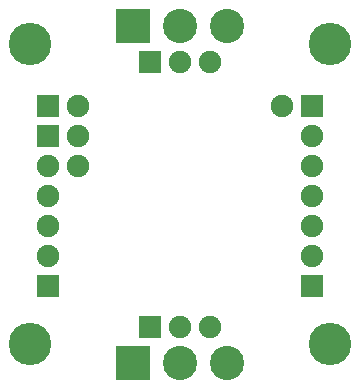
<source format=gbr>
G04 #@! TF.GenerationSoftware,KiCad,Pcbnew,(5.0.0)*
G04 #@! TF.CreationDate,2018-11-06T13:21:30+03:00*
G04 #@! TF.ProjectId,NeoModule,4E656F4D6F64756C652E6B696361645F,rev?*
G04 #@! TF.SameCoordinates,Original*
G04 #@! TF.FileFunction,Soldermask,Bot*
G04 #@! TF.FilePolarity,Negative*
%FSLAX46Y46*%
G04 Gerber Fmt 4.6, Leading zero omitted, Abs format (unit mm)*
G04 Created by KiCad (PCBNEW (5.0.0)) date 11/06/18 13:21:30*
%MOMM*%
%LPD*%
G01*
G04 APERTURE LIST*
%ADD10R,2.900000X2.900000*%
%ADD11C,2.900000*%
%ADD12C,3.600000*%
%ADD13R,1.900000X1.900000*%
%ADD14C,1.900000*%
%ADD15O,1.900000X1.900000*%
G04 APERTURE END LIST*
D10*
G04 #@! TO.C,REF\002A\002A*
X108700000Y-101550000D03*
D11*
X112700000Y-101550000D03*
X116700000Y-101550000D03*
G04 #@! TD*
D12*
G04 #@! TO.C,REF\002A\002A*
X125400000Y-100000000D03*
G04 #@! TD*
G04 #@! TO.C,REF\002A\002A*
X125400000Y-74600000D03*
G04 #@! TD*
G04 #@! TO.C,REF\002A\002A*
X100000000Y-74600000D03*
G04 #@! TD*
D13*
G04 #@! TO.C,XP1*
X101500000Y-82400000D03*
D14*
X104040000Y-82400000D03*
X101500000Y-84940000D03*
X104040000Y-84940000D03*
G04 #@! TD*
D13*
G04 #@! TO.C,XP2*
X101500000Y-79860000D03*
D15*
X104040000Y-79860000D03*
G04 #@! TD*
D12*
G04 #@! TO.C,REF\002A\002A*
X100000000Y-100000000D03*
G04 #@! TD*
D14*
G04 #@! TO.C,XP6*
X115240000Y-98500000D03*
X112700000Y-98500000D03*
D13*
X110160000Y-98500000D03*
G04 #@! TD*
G04 #@! TO.C,XP7*
X110160000Y-76100000D03*
D14*
X112700000Y-76100000D03*
X115240000Y-76100000D03*
G04 #@! TD*
D13*
G04 #@! TO.C,XP5*
X123900000Y-79860000D03*
D15*
X121360000Y-79860000D03*
G04 #@! TD*
D13*
G04 #@! TO.C,XP3*
X101500000Y-95100000D03*
D15*
X101500000Y-92560000D03*
X101500000Y-90020000D03*
X101500000Y-87480000D03*
G04 #@! TD*
D13*
G04 #@! TO.C,XP4*
X123900000Y-95100000D03*
D14*
X123900000Y-92560000D03*
X123900000Y-90020000D03*
X123900000Y-87480000D03*
X123900000Y-84940000D03*
X123900000Y-82400000D03*
G04 #@! TD*
D11*
G04 #@! TO.C,REF\002A\002A*
X116700000Y-73050000D03*
X112700000Y-73050000D03*
D10*
X108700000Y-73050000D03*
G04 #@! TD*
M02*

</source>
